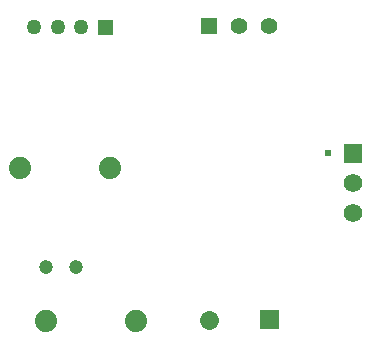
<source format=gbl>
G04 Layer: BottomLayer*
G04 EasyEDA v6.1.49, Fri, 31 May 2019 20:59:05 GMT*
G04 40a2506dbd6d4ce6bee7739c3bacdc10,9b1a5d735843498e81bf2f4db3a13241,10*
G04 Gerber Generator version 0.2*
G04 Scale: 100 percent, Rotated: No, Reflected: No *
G04 Dimensions in millimeters *
G04 leading zeros omitted , absolute positions ,3 integer and 3 decimal *
%FSLAX33Y33*%
%MOMM*%
G90*
G71D02*

%ADD12C,0.609600*%
%ADD13C,1.879600*%
%ADD14C,1.193800*%
%ADD15C,1.574800*%
%ADD18C,1.399540*%
%ADD20C,1.270000*%
%ADD22C,1.599997*%

%LPD*%
G54D13*
G01X13208Y6223D03*
G01X5588Y6223D03*
G01X11049Y19177D03*
G01X3429Y19177D03*
G54D14*
G01X5588Y10795D03*
G01X8128Y10795D03*
G54D15*
G01X31623Y15367D03*
G01X31623Y17907D03*
G36*
G01X32410Y21234D02*
G01X32410Y19659D01*
G01X30835Y19659D01*
G01X30835Y21234D01*
G01X32410Y21234D01*
G37*
G36*
G01X18731Y30542D02*
G01X18731Y31941D01*
G01X20130Y31941D01*
G01X20130Y30542D01*
G01X18731Y30542D01*
G37*
G54D18*
G01X21971Y31242D03*
G01X24511Y31242D03*
G36*
G01X11252Y30480D02*
G01X9982Y30480D01*
G01X9982Y31750D01*
G01X11252Y31750D01*
G01X11252Y30480D01*
G37*
G54D20*
G01X8610Y31115D03*
G01X6629Y31115D03*
G01X4622Y31115D03*
G36*
G01X25310Y5550D02*
G01X23711Y5550D01*
G01X23711Y7149D01*
G01X25310Y7149D01*
G01X25310Y5550D01*
G37*
G54D12*
G01X29453Y20447D03*
G54D22*
G01X19431Y6350D02*
G01X19431Y6350D01*
M00*
M02*

</source>
